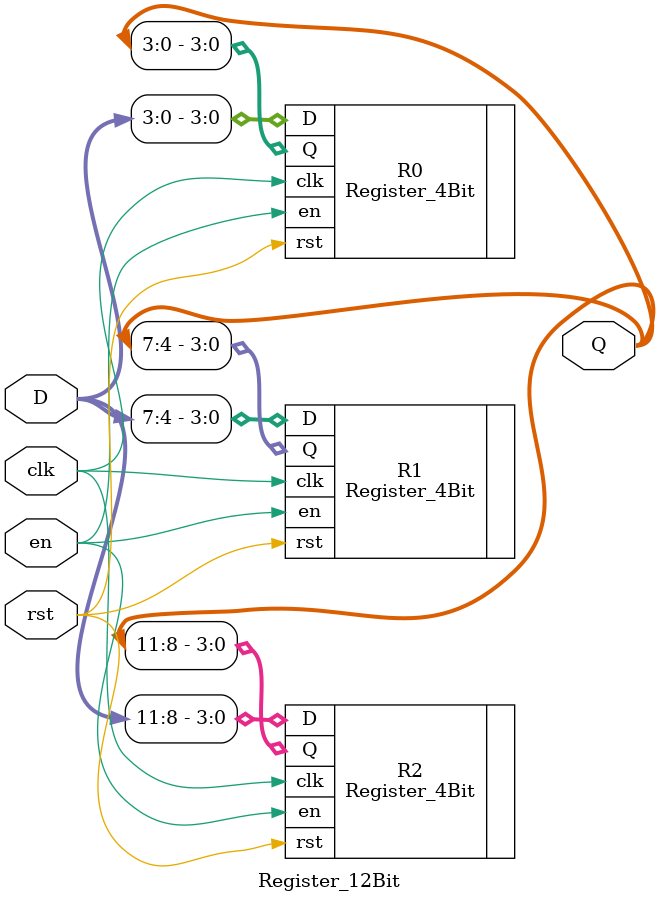
<source format=v>
`timescale 1ns / 1ps  //timescale directive: Specifies the time unit (1ns) and precision (1ps) for delays and simulation time.
	
module Register_12Bit(input clk , input rst , input en , input [11:0] D , output [11:0] Q) ;
	
	Register_4Bit R0 (.clk(clk) , .rst(rst) , .en(en) , .D(D[3:0]) , .Q(Q[3:0])) ;
	Register_4Bit R1 (.clk(clk) , .rst(rst) , .en(en) , .D(D[7:4]) , .Q(Q[7:4])) ;
	Register_4Bit R2 (.clk(clk) , .rst(rst) , .en(en) , .D(D[11:8]) , .Q(Q[11:8])) ;
	
endmodule
</source>
